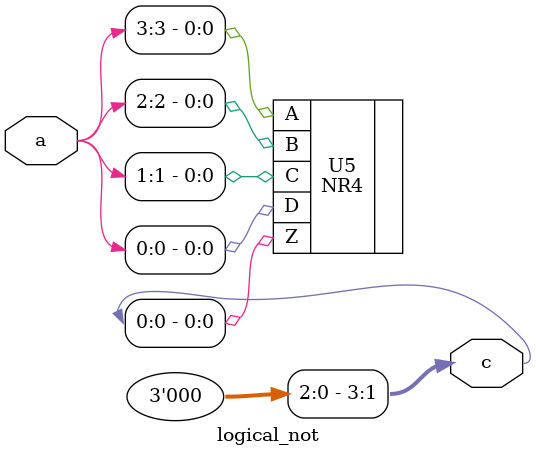
<source format=v>


module logical_not ( a, c );
  input [3:0] a;
  output [3:0] c;

  assign c[1] = 1'b0;
  assign c[2] = 1'b0;
  assign c[3] = 1'b0;

  NR4 U5 ( .A(a[3]), .B(a[2]), .C(a[1]), .D(a[0]), .Z(c[0]) );
endmodule


</source>
